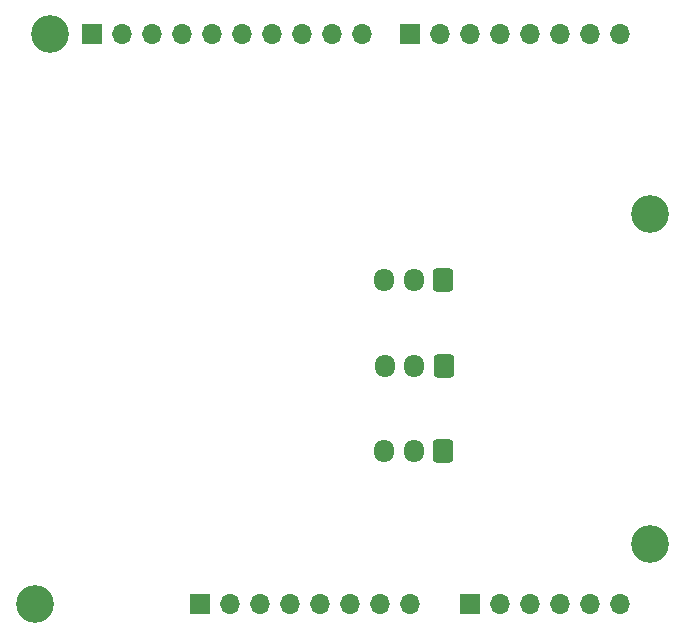
<source format=gbs>
G04 #@! TF.GenerationSoftware,KiCad,Pcbnew,8.0.7-8.0.7-0~ubuntu24.04.1*
G04 #@! TF.CreationDate,2025-01-16T01:19:07-05:00*
G04 #@! TF.ProjectId,tophat,746f7068-6174-42e6-9b69-6361645f7063,rev?*
G04 #@! TF.SameCoordinates,Original*
G04 #@! TF.FileFunction,Soldermask,Bot*
G04 #@! TF.FilePolarity,Negative*
%FSLAX46Y46*%
G04 Gerber Fmt 4.6, Leading zero omitted, Abs format (unit mm)*
G04 Created by KiCad (PCBNEW 8.0.7-8.0.7-0~ubuntu24.04.1) date 2025-01-16 01:19:07*
%MOMM*%
%LPD*%
G01*
G04 APERTURE LIST*
G04 Aperture macros list*
%AMRoundRect*
0 Rectangle with rounded corners*
0 $1 Rounding radius*
0 $2 $3 $4 $5 $6 $7 $8 $9 X,Y pos of 4 corners*
0 Add a 4 corners polygon primitive as box body*
4,1,4,$2,$3,$4,$5,$6,$7,$8,$9,$2,$3,0*
0 Add four circle primitives for the rounded corners*
1,1,$1+$1,$2,$3*
1,1,$1+$1,$4,$5*
1,1,$1+$1,$6,$7*
1,1,$1+$1,$8,$9*
0 Add four rect primitives between the rounded corners*
20,1,$1+$1,$2,$3,$4,$5,0*
20,1,$1+$1,$4,$5,$6,$7,0*
20,1,$1+$1,$6,$7,$8,$9,0*
20,1,$1+$1,$8,$9,$2,$3,0*%
G04 Aperture macros list end*
%ADD10R,1.700000X1.700000*%
%ADD11O,1.700000X1.700000*%
%ADD12RoundRect,0.250000X0.600000X0.725000X-0.600000X0.725000X-0.600000X-0.725000X0.600000X-0.725000X0*%
%ADD13O,1.700000X1.950000*%
%ADD14C,3.200000*%
G04 APERTURE END LIST*
D10*
X127940000Y-97460000D03*
D11*
X130480000Y-97460000D03*
X133020000Y-97460000D03*
X135560000Y-97460000D03*
X138100000Y-97460000D03*
X140640000Y-97460000D03*
X143180000Y-97460000D03*
X145720000Y-97460000D03*
D10*
X150800000Y-97460000D03*
D11*
X153340000Y-97460000D03*
X155880000Y-97460000D03*
X158420000Y-97460000D03*
X160960000Y-97460000D03*
X163500000Y-97460000D03*
D10*
X118796000Y-49200000D03*
D11*
X121336000Y-49200000D03*
X123876000Y-49200000D03*
X126416000Y-49200000D03*
X128956000Y-49200000D03*
X131496000Y-49200000D03*
X134036000Y-49200000D03*
X136576000Y-49200000D03*
X139116000Y-49200000D03*
X141656000Y-49200000D03*
D10*
X145720000Y-49200000D03*
D11*
X148260000Y-49200000D03*
X150800000Y-49200000D03*
X153340000Y-49200000D03*
X155880000Y-49200000D03*
X158420000Y-49200000D03*
X160960000Y-49200000D03*
X163500000Y-49200000D03*
D12*
X148500000Y-70025000D03*
D13*
X146000000Y-70025000D03*
X143500000Y-70025000D03*
D14*
X115240000Y-49200000D03*
D12*
X148500000Y-84525000D03*
D13*
X146000000Y-84525000D03*
X143500000Y-84525000D03*
D12*
X148550000Y-77325000D03*
D13*
X146050000Y-77325000D03*
X143550000Y-77325000D03*
D14*
X113970000Y-97460000D03*
X166040000Y-64440000D03*
X166040000Y-92380000D03*
M02*

</source>
